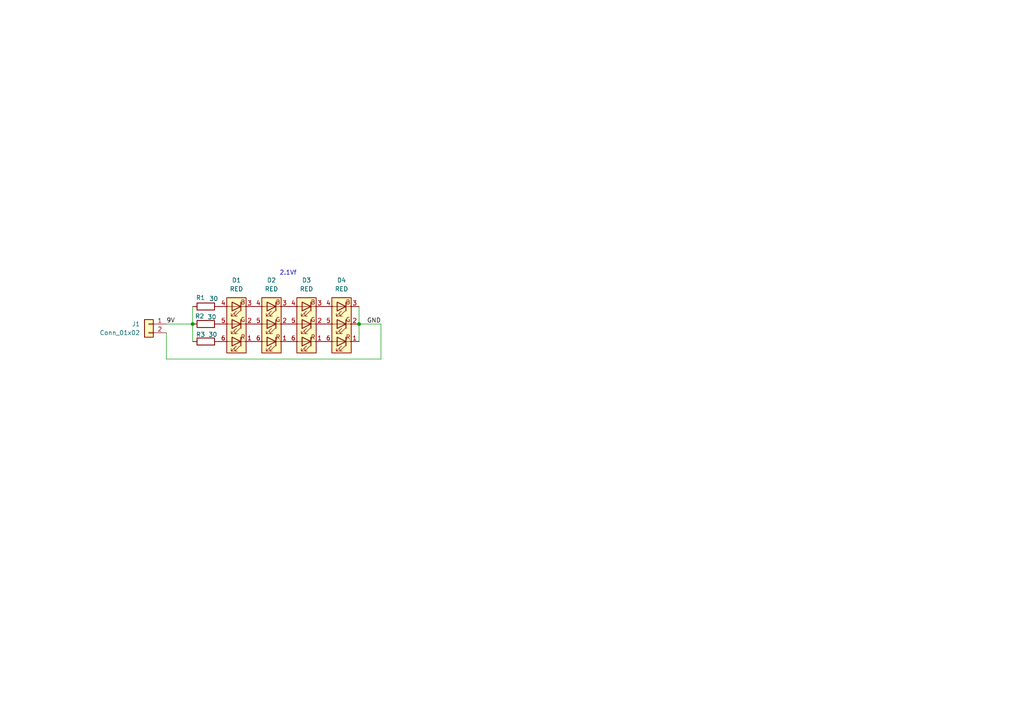
<source format=kicad_sch>
(kicad_sch (version 20231120) (generator "eeschema") (generator_version "8.0")
  (paper "A4")
  (lib_symbols
    (symbol "Connector_Generic:Conn_01x02" (pin_names (offset 1.016) hide)
      (property "Reference" "J" (at 0 2.54 0))
      (property "Value" "Conn_01x02" (at 0 -5.08 0))
      (symbol "Conn_01x02_1_1"
        (rectangle (start -1.27 -2.413) (end 0 -2.667) (stroke (width 0.1524)))
        (rectangle (start -1.27 0.127) (end 0 -0.127) (stroke (width 0.1524)))
        (rectangle (start -1.27 1.27) (end 1.27 -3.81) (stroke (width 0.254)) (fill (type background)))
        (pin passive line (at -5.08 0 0) (length 3.81) (name "Pin_1") (number "1"))
        (pin passive line (at -5.08 -2.54 0) (length 3.81) (name "Pin_2") (number "2"))
      )
    )
    (symbol "Device:LED_RGB" (pin_names (offset 0) hide)
      (property "Reference" "D" (at 0 9.398 0))
      (property "Value" "LED_RGB" (at 0 -8.89 0))
      (symbol "LED_RGB_0_0"
        (text "B" (at -1.905 -6.35 0) (effects (font (size 1.27 1.27))))
        (text "G" (at -1.905 -1.27 0) (effects (font (size 1.27 1.27))))
        (text "R" (at -1.905 3.81 0) (effects (font (size 1.27 1.27))))
      )
      (symbol "LED_RGB_0_1"
        (polyline (pts (xy -1.27 -5.08) (xy -2.54 -5.08)))
        (polyline (pts (xy -1.27 -5.08) (xy 1.27 -5.08)))
        (polyline (pts (xy -1.27 -3.81) (xy -1.27 -6.35)) (stroke (width 0.254)))
        (polyline (pts (xy -1.27 0) (xy -2.54 0)))
        (polyline (pts (xy -1.27 1.27) (xy -1.27 -1.27)) (stroke (width 0.254)))
        (polyline (pts (xy -1.27 5.08) (xy -2.54 5.08)))
        (polyline (pts (xy -1.27 5.08) (xy 1.27 5.08)))
        (polyline (pts (xy -1.27 6.35) (xy -1.27 3.81)) (stroke (width 0.254)))
        (polyline (pts (xy 1.27 -5.08) (xy 2.54 -5.08)))
        (polyline (pts (xy 1.27 0) (xy -1.27 0)))
        (polyline (pts (xy 1.27 0) (xy 2.54 0)))
        (polyline (pts (xy 1.27 5.08) (xy 2.54 5.08)))
        (polyline (pts (xy -1.27 1.27) (xy -1.27 -1.27) (xy -1.27 -1.27)))
        (polyline (pts (xy -1.27 6.35) (xy -1.27 3.81) (xy -1.27 3.81)))
        (polyline (pts (xy 1.27 -3.81) (xy 1.27 -6.35) (xy -1.27 -5.08) (xy 1.27 -3.81)) (stroke (width 0.254)))
        (polyline (pts (xy 1.27 1.27) (xy 1.27 -1.27) (xy -1.27 0) (xy 1.27 1.27)) (stroke (width 0.254)))
        (polyline (pts (xy 1.27 6.35) (xy 1.27 3.81) (xy -1.27 5.08) (xy 1.27 6.35)) (stroke (width 0.254)))
        (polyline (pts (xy -1.016 -3.81) (xy 0.508 -2.286) (xy -0.254 -2.286) (xy 0.508 -2.286) (xy 0.508 -3.048)))
        (polyline (pts (xy -1.016 1.27) (xy 0.508 2.794) (xy -0.254 2.794) (xy 0.508 2.794) (xy 0.508 2.032)))
        (polyline (pts (xy -1.016 6.35) (xy 0.508 7.874) (xy -0.254 7.874) (xy 0.508 7.874) (xy 0.508 7.112)))
        (polyline (pts (xy 0 -3.81) (xy 1.524 -2.286) (xy 0.762 -2.286) (xy 1.524 -2.286) (xy 1.524 -3.048)))
        (polyline (pts (xy 0 1.27) (xy 1.524 2.794) (xy 0.762 2.794) (xy 1.524 2.794) (xy 1.524 2.032)))
        (polyline (pts (xy 0 6.35) (xy 1.524 7.874) (xy 0.762 7.874) (xy 1.524 7.874) (xy 1.524 7.112)))
        (rectangle (start 1.27 -1.27) (end 1.27 1.27))
        (rectangle (start 1.27 1.27) (end 1.27 1.27))
        (rectangle (start 1.27 3.81) (end 1.27 6.35))
        (rectangle (start 1.27 6.35) (end 1.27 6.35))
        (rectangle (start 2.794 8.382) (end -2.794 -7.62) (stroke (width 0.254)) (fill (type background)))
      )
      (symbol "LED_RGB_1_1"
        (pin passive line (at -5.08 5.08 0) (length 2.54) (name "RK") (number "1"))
        (pin passive line (at -5.08 0 0) (length 2.54) (name "GK") (number "2"))
        (pin passive line (at -5.08 -5.08 0) (length 2.54) (name "BK") (number "3"))
        (pin passive line (at 5.08 -5.08 180) (length 2.54) (name "BA") (number "4"))
        (pin passive line (at 5.08 0 180) (length 2.54) (name "GA") (number "5"))
        (pin passive line (at 5.08 5.08 180) (length 2.54) (name "RA") (number "6"))
      )
    )
    (symbol "Device:R" (pin_numbers hide) (pin_names (offset 0))
      (property "Reference" "R" (at 2.032 0 90))
      (property "Value" "R" (at 0 0 90))
      (symbol "R_0_1"
        (rectangle (start -1.016 -2.54) (end 1.016 2.54) (stroke (width 0.254)))
      )
      (symbol "R_1_1"
        (pin passive line (at 0 3.81 270) (length 1.27) (name "~") (number "1"))
        (pin passive line (at 0 -3.81 90) (length 1.27) (name "~") (number "2"))
      )
    )
  )
  (junction (at 104.14 93.98))
  (junction (at 55.88 93.98))
  (wire (pts (xy 55.88 88.9) (xy 55.88 93.98)))
  (wire (pts (xy 110.49 104.14) (xy 48.26 104.14)))
  (wire (pts (xy 48.26 93.98) (xy 55.88 93.98)))
  (wire (pts (xy 104.14 88.9) (xy 104.14 93.98)))
  (wire (pts (xy 110.49 93.98) (xy 110.49 104.14)))
  (wire (pts (xy 48.26 96.52) (xy 48.26 104.14)))
  (wire (pts (xy 104.14 93.98) (xy 104.14 99.06)))
  (wire (pts (xy 55.88 93.98) (xy 55.88 99.06)))
  (wire (pts (xy 104.14 93.98) (xy 110.49 93.98)))
  (text "2.1Vf" (at 83.566 79.248 0) (effects (font (size 1.27 1.27))))
  (label "GND" (at 110.49 93.98 180))
  (label "9V" (at 48.26 93.98 0))
  (symbol (lib_id "Connector_Generic:Conn_01x02") (at 43.18 93.98 0) (mirror y) (unit 1)
    (property "Reference" "J1" (at 40.64 93.9799 0) (effects (justify left)))
    (property "Value" "Conn_01x02" (at 40.64 96.5199 0) (effects (justify left)))
    (property "Footprint" "misc:sip_edge_2_no_slot" (effects (hide yes)))
    (property "Description" "Generic connector, single row, 01x02, script generated (kicad-library-utils/schlib/autogen/connector/)" (effects (hide yes)))
  )
  (symbol (lib_id "Device:R") (at 59.69 88.9 90) (unit 1)
    (property "Reference" "R1" (at 58.166 86.36 90))
    (property "Value" "30" (at 61.976 86.614 90))
    (property "Footprint" "Resistor_SMD:R_0805_2012Metric_Pad1.20x1.40mm_HandSolder" (effects (hide yes)))
    (property "Description" "Resistor" (effects (hide yes)))
  )
  (symbol (lib_id "Device:R") (at 59.69 99.06 90) (unit 1)
    (property "Reference" "R3" (at 58.166 97.028 90))
    (property "Value" "30" (at 61.722 97.028 90))
    (property "Footprint" "Resistor_SMD:R_0805_2012Metric_Pad1.20x1.40mm_HandSolder" (effects (hide yes)))
    (property "Description" "Resistor" (effects (hide yes)))
  )
  (symbol (lib_id "Device:LED_RGB") (at 99.06 93.98 180) (unit 1)
    (property "Reference" "D4" (at 99.06 81.28 0))
    (property "Value" "RED" (at 99.06 83.82 0))
    (property "Footprint" "LED_SMD:LED_RGB_5050-6" (effects (hide yes)))
  )
  (symbol (lib_id "Device:LED_RGB") (at 68.58 93.98 180) (unit 1)
    (property "Reference" "D1" (at 68.58 81.28 0))
    (property "Value" "RED" (at 68.58 83.82 0))
    (property "Footprint" "LED_SMD:LED_RGB_5050-6" (effects (hide yes)))
  )
  (symbol (lib_id "Device:LED_RGB") (at 88.9 93.98 180) (unit 1)
    (property "Reference" "D3" (at 88.9 81.28 0))
    (property "Value" "RED" (at 88.9 83.82 0))
    (property "Footprint" "LED_SMD:LED_RGB_5050-6" (effects (hide yes)))
  )
  (symbol (lib_id "Device:LED_RGB") (at 78.74 93.98 180) (unit 1)
    (property "Reference" "D2" (at 78.74 81.28 0))
    (property "Value" "RED" (at 78.74 83.82 0))
    (property "Footprint" "LED_SMD:LED_RGB_5050-6" (effects (hide yes)))
  )
  (symbol (lib_id "Device:R") (at 59.69 93.98 90) (unit 1)
    (property "Reference" "R2" (at 57.912 91.694 90))
    (property "Value" "30" (at 61.468 91.948 90))
    (property "Footprint" "Resistor_SMD:R_0805_2012Metric_Pad1.20x1.40mm_HandSolder" (effects (hide yes)))
    (property "Description" "Resistor" (effects (hide yes)))
  )
)
</source>
